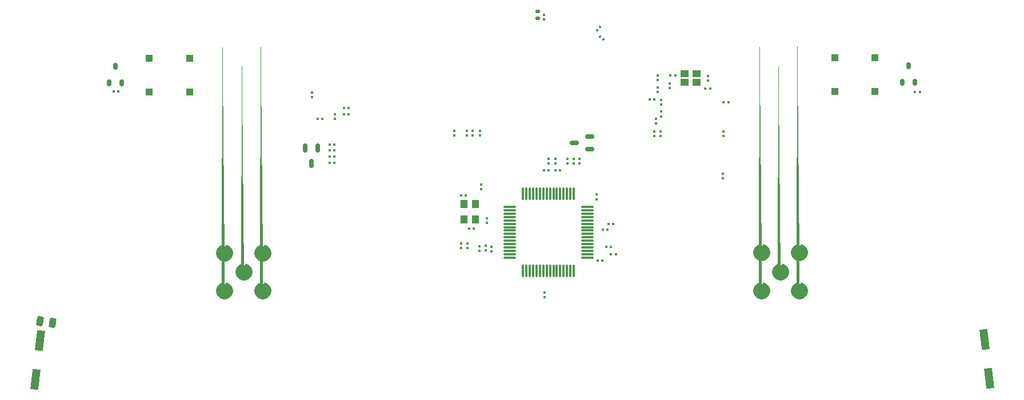
<source format=gbp>
G04 #@! TF.GenerationSoftware,KiCad,Pcbnew,9.0.3-9.0.3-0~ubuntu22.04.1*
G04 #@! TF.CreationDate,2025-07-19T11:30:49-06:00*
G04 #@! TF.ProjectId,Steam_Controller,53746561-6d5f-4436-9f6e-74726f6c6c65,rev?*
G04 #@! TF.SameCoordinates,Original*
G04 #@! TF.FileFunction,Paste,Bot*
G04 #@! TF.FilePolarity,Positive*
%FSLAX46Y46*%
G04 Gerber Fmt 4.6, Leading zero omitted, Abs format (unit mm)*
G04 Created by KiCad (PCBNEW 9.0.3-9.0.3-0~ubuntu22.04.1) date 2025-07-19 11:30:49*
%MOMM*%
%LPD*%
G01*
G04 APERTURE LIST*
G04 Aperture macros list*
%AMRoundRect*
0 Rectangle with rounded corners*
0 $1 Rounding radius*
0 $2 $3 $4 $5 $6 $7 $8 $9 X,Y pos of 4 corners*
0 Add a 4 corners polygon primitive as box body*
4,1,4,$2,$3,$4,$5,$6,$7,$8,$9,$2,$3,0*
0 Add four circle primitives for the rounded corners*
1,1,$1+$1,$2,$3*
1,1,$1+$1,$4,$5*
1,1,$1+$1,$6,$7*
1,1,$1+$1,$8,$9*
0 Add four rect primitives between the rounded corners*
20,1,$1+$1,$2,$3,$4,$5,0*
20,1,$1+$1,$4,$5,$6,$7,0*
20,1,$1+$1,$6,$7,$8,$9,0*
20,1,$1+$1,$8,$9,$2,$3,0*%
%AMRotRect*
0 Rectangle, with rotation*
0 The origin of the aperture is its center*
0 $1 length*
0 $2 width*
0 $3 Rotation angle, in degrees counterclockwise*
0 Add horizontal line*
21,1,$1,$2,0,0,$3*%
%AMFreePoly0*
4,1,2,0.000000,0.000000,0.000000,0.000000,0.000000,0.000000,$1*%
%AMFreePoly1*
4,1,53,0.150800,1.241000,0.299200,1.213800,0.443400,1.168900,0.580900,1.106900,0.710100,1.028900,0.829000,0.935700,0.935700,0.829000,1.028900,0.710100,1.106900,0.580900,1.168900,0.443400,1.213800,0.299200,1.241000,0.150800,1.250100,0.000000,1.241000,-0.150700,1.213800,-0.299000,1.168900,-0.443300,1.106900,-0.580900,1.028900,-0.710000,0.935700,-0.828800,0.829000,-0.935500,
0.710100,-1.028700,0.580900,-1.106700,0.443400,-1.168700,0.299200,-1.213700,0.150800,-1.240800,0.000000,-1.250000,-0.150700,-1.240800,-0.299000,-1.213700,-0.443300,-1.168700,-0.580900,-1.106700,-0.710000,-1.028700,-0.828800,-0.935500,-0.935500,-0.828800,-1.028700,-0.710000,-1.106700,-0.580900,-1.168700,-0.443300,-1.213700,-0.299000,-1.240800,-0.150700,-1.250000,0.000000,-1.240800,0.150800,
-1.213700,0.299200,-1.168700,0.443400,-1.106700,0.580900,-1.028700,0.710100,-0.935500,0.829000,-0.828800,0.935700,-0.710000,1.028900,-0.580900,1.106900,-0.443300,1.168900,-0.299000,1.213800,-0.150700,1.241000,0.000000,1.250100,0.150800,1.241000,0.150800,1.241000,$1*%
%AMFreePoly2*
4,1,53,0.150800,1.240800,0.299200,1.213700,0.443400,1.168700,0.580900,1.106700,0.710100,1.028700,0.829000,0.935500,0.935700,0.828800,1.028900,0.710000,1.106900,0.580900,1.168900,0.443300,1.213800,0.299000,1.241000,0.150700,1.250100,0.000000,1.241000,-0.150800,1.213800,-0.299200,1.168900,-0.443400,1.106900,-0.580900,1.028900,-0.710100,0.935700,-0.829000,0.829000,-0.935700,
0.710100,-1.028900,0.580900,-1.106900,0.443400,-1.168900,0.299200,-1.213800,0.150800,-1.241000,0.000000,-1.250100,-0.150700,-1.241000,-0.299000,-1.213800,-0.443300,-1.168900,-0.580900,-1.106900,-0.710000,-1.028900,-0.828800,-0.935700,-0.935500,-0.829000,-1.028700,-0.710100,-1.106700,-0.580900,-1.168700,-0.443400,-1.213700,-0.299200,-1.240800,-0.150800,-1.250000,0.000000,-1.240800,0.150700,
-1.213700,0.299000,-1.168700,0.443300,-1.106700,0.580900,-1.028700,0.710000,-0.935500,0.828800,-0.828800,0.935500,-0.710000,1.028700,-0.580900,1.106700,-0.443300,1.168700,-0.299000,1.213700,-0.150700,1.240800,0.000000,1.250000,0.150800,1.240800,0.150800,1.240800,$1*%
%AMFreePoly3*
4,1,53,0.150700,1.240800,0.299000,1.213700,0.443300,1.168700,0.580900,1.106700,0.710000,1.028700,0.828800,0.935500,0.935500,0.828800,1.028700,0.710000,1.106700,0.580900,1.168700,0.443300,1.213700,0.299000,1.240800,0.150700,1.250000,0.000000,1.240800,-0.150800,1.213700,-0.299200,1.168700,-0.443400,1.106700,-0.580900,1.028700,-0.710100,0.935500,-0.829000,0.828800,-0.935700,
0.710000,-1.028900,0.580900,-1.106900,0.443300,-1.168900,0.299000,-1.213800,0.150700,-1.241000,0.000000,-1.250100,-0.150800,-1.241000,-0.299200,-1.213800,-0.443400,-1.168900,-0.580900,-1.106900,-0.710100,-1.028900,-0.829000,-0.935700,-0.935700,-0.829000,-1.028900,-0.710100,-1.106900,-0.580900,-1.168900,-0.443400,-1.213800,-0.299200,-1.241000,-0.150800,-1.250100,0.000000,-1.241000,0.150700,
-1.213800,0.299000,-1.168900,0.443300,-1.106900,0.580900,-1.028900,0.710000,-0.935700,0.828800,-0.829000,0.935500,-0.710100,1.028700,-0.580900,1.106700,-0.443400,1.168700,-0.299200,1.213700,-0.150800,1.240800,0.000000,1.250000,0.150700,1.240800,0.150700,1.240800,$1*%
%AMFreePoly4*
4,1,53,0.150700,1.241000,0.299000,1.213800,0.443300,1.168900,0.580900,1.106900,0.710000,1.028900,0.828800,0.935700,0.935500,0.829000,1.028700,0.710100,1.106700,0.580900,1.168700,0.443400,1.213700,0.299200,1.240800,0.150800,1.250000,0.000000,1.240800,-0.150700,1.213700,-0.299000,1.168700,-0.443300,1.106700,-0.580900,1.028700,-0.710000,0.935500,-0.828800,0.828800,-0.935500,
0.710000,-1.028700,0.580900,-1.106700,0.443300,-1.168700,0.299000,-1.213700,0.150700,-1.240800,0.000000,-1.250000,-0.150800,-1.240800,-0.299200,-1.213700,-0.443400,-1.168700,-0.580900,-1.106700,-0.710100,-1.028700,-0.829000,-0.935500,-0.935700,-0.828800,-1.028900,-0.710000,-1.106900,-0.580900,-1.168900,-0.443300,-1.213800,-0.299000,-1.241000,-0.150700,-1.250100,0.000000,-1.241000,0.150800,
-1.213800,0.299200,-1.168900,0.443400,-1.106900,0.580900,-1.028900,0.710100,-0.935700,0.829000,-0.829000,0.935700,-0.710100,1.028900,-0.580900,1.106900,-0.443400,1.168900,-0.299200,1.213800,-0.150800,1.241000,0.000000,1.250100,0.150700,1.241000,0.150700,1.241000,$1*%
%AMFreePoly5*
4,1,53,0.150600,1.240800,0.299200,1.213600,0.443200,1.168700,0.580900,1.106900,0.710200,1.028700,0.828800,0.935700,0.935700,0.828800,1.028700,0.710200,1.106900,0.580900,1.168700,0.443200,1.213600,0.299200,1.240800,0.150600,1.249900,0.000000,1.240800,-0.150600,1.213600,-0.299200,1.168700,-0.443200,1.106900,-0.580900,1.028700,-0.710200,0.935700,-0.828800,0.828800,-0.935700,
0.710200,-1.028700,0.580900,-1.106900,0.443200,-1.168700,0.299200,-1.213600,0.150600,-1.240800,0.000000,-1.249900,-0.150600,-1.240800,-0.299200,-1.213600,-0.443200,-1.168700,-0.580900,-1.106900,-0.710200,-1.028700,-0.828800,-0.935700,-0.935700,-0.828800,-1.028700,-0.710200,-1.106900,-0.580900,-1.168700,-0.443200,-1.213600,-0.299200,-1.240800,-0.150600,-1.249900,0.000000,-1.240800,0.150600,
-1.213600,0.299200,-1.168700,0.443200,-1.106900,0.580900,-1.028700,0.710200,-0.935700,0.828800,-0.828800,0.935700,-0.710200,1.028700,-0.580900,1.106900,-0.443200,1.168700,-0.299200,1.213600,-0.150600,1.240800,0.000000,1.249900,0.150600,1.240800,0.150600,1.240800,$1*%
G04 Aperture macros list end*
%ADD10RoundRect,0.079500X0.100500X-0.079500X0.100500X0.079500X-0.100500X0.079500X-0.100500X-0.079500X0*%
%ADD11RoundRect,0.079500X-0.079500X-0.100500X0.079500X-0.100500X0.079500X0.100500X-0.079500X0.100500X0*%
%ADD12RoundRect,0.079500X0.126328X0.021490X0.008168X0.127882X-0.126328X-0.021490X-0.008168X-0.127882X0*%
%ADD13RoundRect,0.175000X0.175000X-0.325000X0.175000X0.325000X-0.175000X0.325000X-0.175000X-0.325000X0*%
%ADD14RoundRect,0.079500X0.079500X0.100500X-0.079500X0.100500X-0.079500X-0.100500X0.079500X-0.100500X0*%
%ADD15RoundRect,0.079500X-0.100500X0.079500X-0.100500X-0.079500X0.100500X-0.079500X0.100500X0.079500X0*%
%ADD16R,1.000000X1.100000*%
%ADD17RotRect,2.997200X1.168400X83.000000*%
%ADD18RoundRect,0.150000X0.512500X0.150000X-0.512500X0.150000X-0.512500X-0.150000X0.512500X-0.150000X0*%
%ADD19FreePoly0,270.000000*%
%ADD20FreePoly1,180.000000*%
%ADD21FreePoly2,180.000000*%
%ADD22FreePoly3,180.000000*%
%ADD23FreePoly4,180.000000*%
%ADD24FreePoly5,180.000000*%
%ADD25RotRect,2.997200X1.168400X97.000000*%
%ADD26RoundRect,0.250000X-0.313674X-0.435584X0.181460X-0.505171X0.313674X0.435584X-0.181460X0.505171X0*%
%ADD27RoundRect,0.147500X0.172500X-0.147500X0.172500X0.147500X-0.172500X0.147500X-0.172500X-0.147500X0*%
%ADD28RoundRect,0.079500X0.014849X-0.127279X0.127279X-0.014849X-0.014849X0.127279X-0.127279X0.014849X0*%
%ADD29RoundRect,0.150000X-0.150000X0.512500X-0.150000X-0.512500X0.150000X-0.512500X0.150000X0.512500X0*%
%ADD30R,1.050000X1.300000*%
%ADD31R,1.200000X1.000000*%
%ADD32O,2.000000X0.300000*%
%ADD33O,0.300000X2.000000*%
G04 APERTURE END LIST*
D10*
X148120000Y-97255000D03*
X148120000Y-96565000D03*
D11*
X125925000Y-82350000D03*
X126615000Y-82350000D03*
D12*
X166456385Y-65930850D03*
X165943615Y-65469150D03*
D13*
X212640000Y-72250000D03*
X210740000Y-72250000D03*
X211690000Y-69850000D03*
D14*
X168295000Y-97780000D03*
X167605000Y-97780000D03*
D15*
X174900000Y-79585000D03*
X174900000Y-80275000D03*
D16*
X206720000Y-68650000D03*
X206720000Y-73650000D03*
X200720000Y-68650000D03*
X200720000Y-73650000D03*
D11*
X128045000Y-76990000D03*
X128735000Y-76990000D03*
D10*
X161140000Y-84285000D03*
X161140000Y-83595000D03*
D15*
X146300000Y-96155000D03*
X146300000Y-96845000D03*
D14*
X124795000Y-77700000D03*
X124105000Y-77700000D03*
D15*
X162890000Y-83595000D03*
X162890000Y-84285000D03*
D14*
X177105000Y-71240000D03*
X176415000Y-71240000D03*
D11*
X128035000Y-76090000D03*
X128725000Y-76090000D03*
D17*
X82285565Y-116336622D03*
X82994435Y-110563378D03*
D10*
X175020000Y-77325000D03*
X175020000Y-76635000D03*
D11*
X125945000Y-83270000D03*
X126635000Y-83270000D03*
D15*
X146200000Y-79455000D03*
X146200000Y-80145000D03*
D18*
X164457500Y-80320000D03*
X164457500Y-82220000D03*
X162182500Y-81270000D03*
D14*
X158315000Y-85300000D03*
X157625000Y-85300000D03*
D15*
X126650000Y-77035000D03*
X126650000Y-77725000D03*
D19*
X127517500Y-72570300D03*
X127517500Y-74570000D03*
X127090000Y-74997500D03*
X125090000Y-74997500D03*
X124662500Y-74570000D03*
X124662500Y-72570000D03*
X125090000Y-72142500D03*
X127090000Y-72142500D03*
D20*
X195538500Y-97531500D03*
D21*
X195538500Y-103188500D03*
D22*
X189881500Y-103188500D03*
D23*
X189881500Y-97531500D03*
D24*
X192710000Y-100360000D03*
D10*
X145420000Y-96825000D03*
X145420000Y-96135000D03*
X157690000Y-62985000D03*
X157690000Y-62295000D03*
D25*
X223614427Y-116156623D03*
X222905573Y-110383377D03*
D15*
X159330000Y-83635000D03*
X159330000Y-84325000D03*
D10*
X123330000Y-74455000D03*
X123330000Y-73765000D03*
D14*
X167075000Y-94100000D03*
X166385000Y-94100000D03*
X94595000Y-73670000D03*
X93905000Y-73670000D03*
D13*
X95130000Y-72330000D03*
X93230000Y-72330000D03*
X94180000Y-69930000D03*
D14*
X166335000Y-98670000D03*
X165645000Y-98670000D03*
D11*
X125895000Y-81480000D03*
X126585000Y-81480000D03*
D10*
X165460000Y-89605000D03*
X165460000Y-88915000D03*
X148990000Y-97215000D03*
X148990000Y-96525000D03*
D26*
X83009245Y-107657786D03*
X84890755Y-107922214D03*
D10*
X149890000Y-97335000D03*
X149890000Y-96645000D03*
D27*
X156730000Y-62765000D03*
X156730000Y-61795000D03*
D15*
X184210000Y-79565000D03*
X184210000Y-80255000D03*
D11*
X145415000Y-89020000D03*
X146105000Y-89020000D03*
D28*
X165506048Y-64573952D03*
X165993952Y-64086048D03*
D10*
X144370000Y-80145000D03*
X144370000Y-79455000D03*
D15*
X176300000Y-72455000D03*
X176300000Y-73145000D03*
X174510000Y-71295000D03*
X174510000Y-71985000D03*
X162030000Y-83595000D03*
X162030000Y-84285000D03*
D14*
X167545000Y-96640000D03*
X166855000Y-96640000D03*
D11*
X212655000Y-73750000D03*
X213345000Y-73750000D03*
D15*
X175020000Y-74865000D03*
X175020000Y-75555000D03*
D14*
X182265000Y-73180000D03*
X181575000Y-73180000D03*
D20*
X116008500Y-97561500D03*
D21*
X116008500Y-103218500D03*
D22*
X110351500Y-103218500D03*
D23*
X110351500Y-97561500D03*
D24*
X113180000Y-100390000D03*
D11*
X125935000Y-84220000D03*
X126625000Y-84220000D03*
D15*
X149190000Y-92435000D03*
X149190000Y-93125000D03*
D29*
X122260000Y-82012500D03*
X124160000Y-82012500D03*
X123210000Y-84287500D03*
D11*
X184285000Y-75220000D03*
X184975000Y-75220000D03*
D10*
X157760000Y-104125000D03*
X157760000Y-103435000D03*
D15*
X174010000Y-79585000D03*
X174010000Y-80275000D03*
D10*
X174230000Y-78395000D03*
X174230000Y-77705000D03*
D15*
X147080000Y-79505000D03*
X147080000Y-80195000D03*
D11*
X159355000Y-85290000D03*
X160045000Y-85290000D03*
D10*
X148170000Y-80195000D03*
X148170000Y-79505000D03*
D30*
X145784995Y-92599999D03*
X145785004Y-90300002D03*
X147535005Y-90300001D03*
X147534996Y-92599998D03*
D10*
X148390000Y-88125000D03*
X148390000Y-87435000D03*
D14*
X147235000Y-93970000D03*
X146545000Y-93970000D03*
D10*
X181930000Y-72055000D03*
X181930000Y-71365000D03*
D16*
X105130000Y-68700000D03*
X105130000Y-73700000D03*
X99130000Y-68700000D03*
X99130000Y-73700000D03*
D31*
X178530000Y-71009998D03*
X180229999Y-71010004D03*
X180230000Y-72310002D03*
X178530001Y-72309996D03*
D14*
X174035000Y-74800000D03*
X173345000Y-74800000D03*
D11*
X167225000Y-93240000D03*
X167915000Y-93240000D03*
D32*
X152570200Y-98250100D03*
X152570200Y-97749900D03*
X152570200Y-97250100D03*
X152570200Y-96749900D03*
X152570200Y-96250100D03*
X152570200Y-95749900D03*
X152570200Y-95250100D03*
X152570200Y-94749900D03*
X152570200Y-94250100D03*
X152570200Y-93749900D03*
X152570200Y-93250100D03*
X152570200Y-92749900D03*
X152570200Y-92250100D03*
X152570200Y-91749900D03*
X152570200Y-91250100D03*
X152570200Y-90749900D03*
D33*
X154569900Y-88750200D03*
X155070100Y-88750200D03*
X155569900Y-88750200D03*
X156070100Y-88750200D03*
X156569900Y-88750200D03*
X157070100Y-88750200D03*
X157569900Y-88750200D03*
X158070100Y-88750200D03*
X158569900Y-88750200D03*
X159070100Y-88750200D03*
X159569900Y-88750200D03*
X160070100Y-88750200D03*
X160569900Y-88750200D03*
X161070100Y-88750200D03*
X161569900Y-88750200D03*
X162070100Y-88750200D03*
D32*
X164069800Y-90749900D03*
X164069800Y-91250100D03*
X164069800Y-91749900D03*
X164069800Y-92250100D03*
X164069800Y-92749900D03*
X164069800Y-93250100D03*
X164069800Y-93749900D03*
X164069800Y-94250100D03*
X164069800Y-94749900D03*
X164069800Y-95250100D03*
X164069800Y-95749900D03*
X164069800Y-96250100D03*
X164069800Y-96749900D03*
X164069800Y-97250100D03*
X164069800Y-97749900D03*
X164069800Y-98250100D03*
D33*
X162070100Y-100249800D03*
X161569900Y-100249800D03*
X161070100Y-100249800D03*
X160569900Y-100249800D03*
X160070100Y-100249800D03*
X159569900Y-100249800D03*
X159070100Y-100249800D03*
X158569900Y-100249800D03*
X158070100Y-100249800D03*
X157569900Y-100249800D03*
X157070100Y-100249800D03*
X156569900Y-100249800D03*
X156070100Y-100249800D03*
X155569900Y-100249800D03*
X155070100Y-100249800D03*
X154569900Y-100249800D03*
D15*
X184130000Y-85825000D03*
X184130000Y-86515000D03*
D10*
X174520000Y-73755000D03*
X174520000Y-73065000D03*
X158310000Y-84315000D03*
X158310000Y-83625000D03*
M02*

</source>
